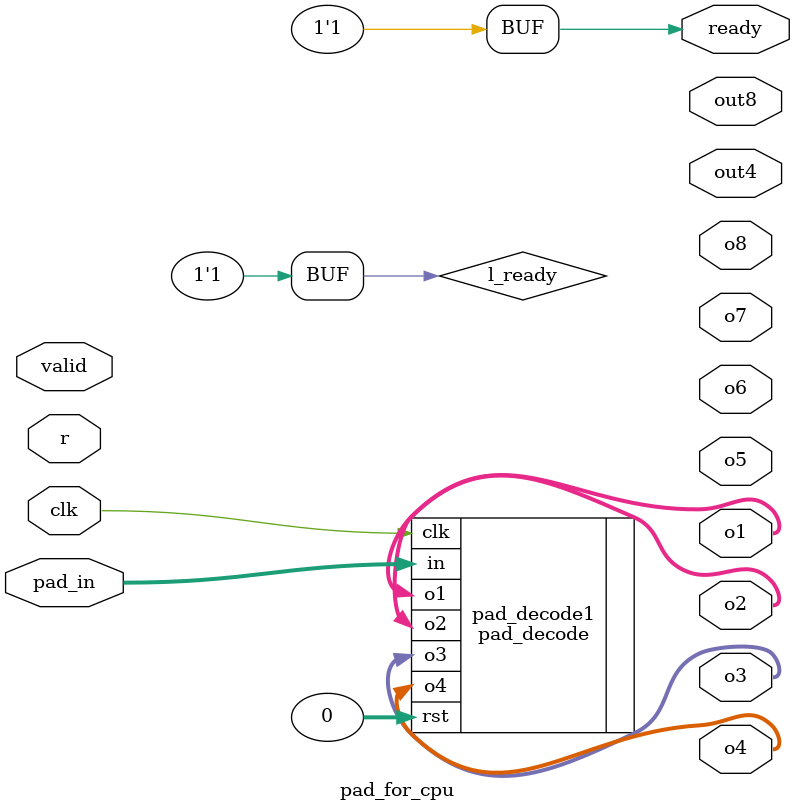
<source format=v>
`timescale 1ns / 1ps

//readme: please use 1k_hz clock!!!!!!!!!!!!
module pad_for_cpu(clk,pad_in,o1,o2,o3,o4,o5,o6,o7,o8,out4,out8,valid,r,ready);
input clk;
input[3:0]pad_in;
output[3:0]o1,o2,o3,o4,o5,o6,o7,o8;
output reg[15:0]out4;
output reg[31:0]out8;
input r;
input[3:0]valid;
output reg ready=1;
reg l_ready=1;
pad_decode pad_decode1(.clk(clk),.in(pad_in),.o1(o1),.o2(o2),.o3(o3),.o4(o4),.rst(0));
always@* begin
    
end

endmodule

</source>
